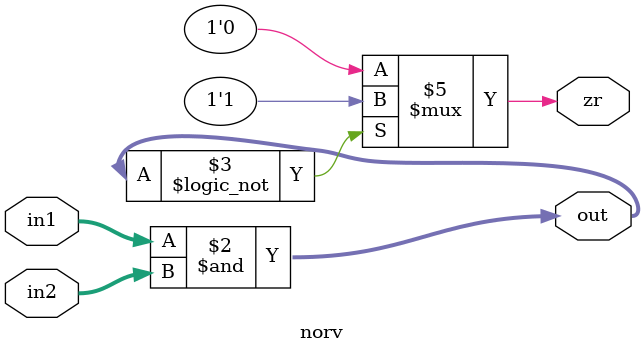
<source format=v>
module norv(in1, in2, out, zr);


input[15:0] in1, in2;
output reg[15:0] out;
output reg zr;

always@(*) begin
out = in1 & in2;
if(out == 16'h0000) begin
    zr = 1;
end
else begin
    zr = 0;
end

end
endmodule


</source>
